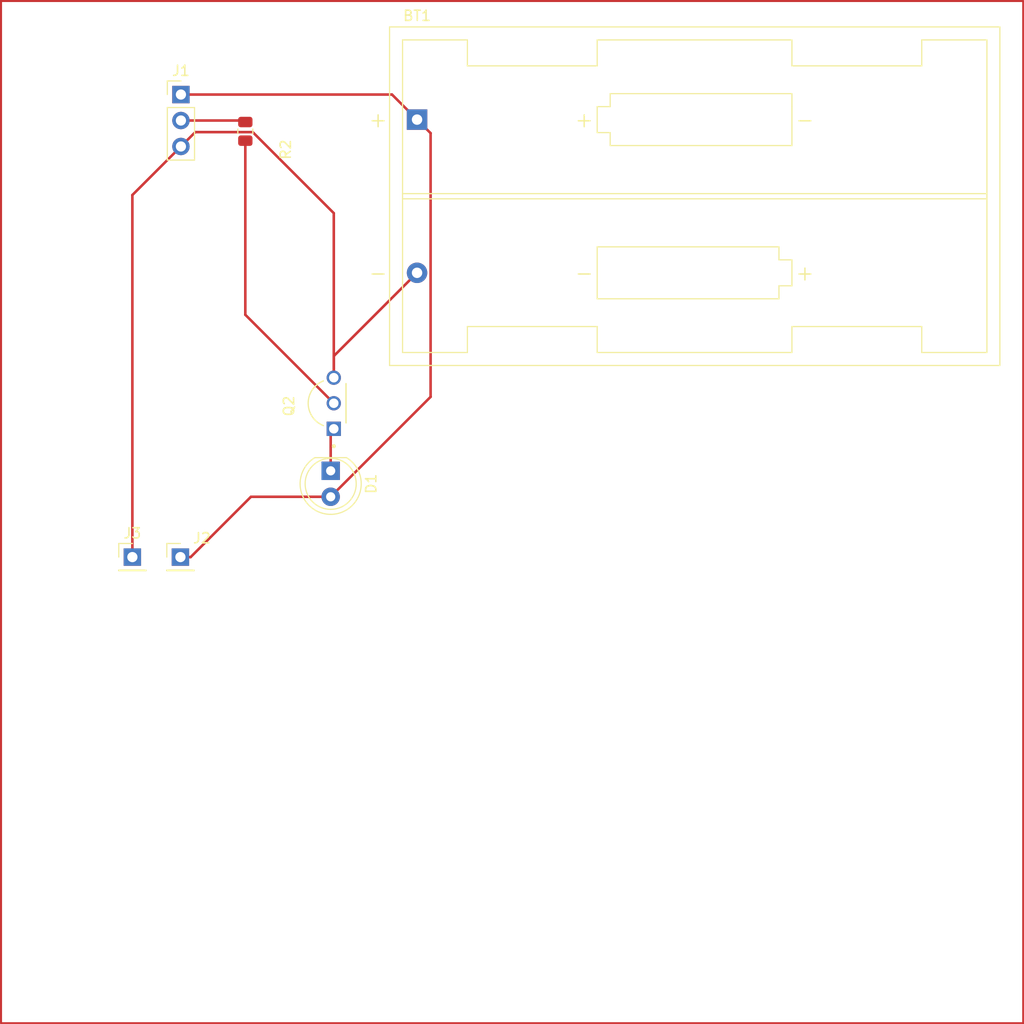
<source format=kicad_pcb>
(kicad_pcb (version 20221018) (generator pcbnew)
  (layers (0 "F.Cu" signal) (31 "B.Cu" signal) (34 "B.Paste" user) (35 "F.Paste" user) (36 "B.SilkS" user "B.Silkscreen") (37 "F.SilkS" user "F.Silkscreen") (38 "B.Mask" user) (39 "F.Mask" user) (44 "Edge.Cuts" user))
  (net 0 "")
  (net 1 "Net-(BT1-+)")
  (net 2 "Net-(BT1--)")
  (net 3 "Net-(D1-K)")
  (net 4 "Net-(Q2-Pad2)")
  (net 5 "Net-(J1-Pin_2)")
  (footprint "Connector_PinHeader_2.54mm:PinHeader_1x01_P2.54mm_Vertical" (layer "F.Cu") (at 67.55 104.4)
    (fp_text reference "J2" (at 2.1 -1.85) (layer "F.SilkS"))
    (fp_text value "Conn_01x01_Pin")
    (fp_line (start -1.33 -1.33) (end 0 -1.33) (stroke (width 0.12)) (layer "F.SilkS"))
    (fp_line (start -1.33 0) (end -1.33 -1.33) (stroke (width 0.12)) (layer "F.SilkS"))
    (fp_line (start -1.33 1.27) (end -1.33 1.33) (stroke (width 0.12)) (layer "F.SilkS"))
    (fp_line (start -1.33 1.27) (end 1.33 1.27) (stroke (width 0.12)) (layer "F.SilkS"))
    (fp_line (start -1.33 1.33) (end 1.33 1.33) (stroke (width 0.12)) (layer "F.SilkS"))
    (fp_line (start 1.33 1.27) (end 1.33 1.33) (stroke (width 0.12)) (layer "F.SilkS"))
    (pad "1" thru_hole rect (at 0 0) (size 1.7 1.7) (drill 1) (layers "*.Cu" "*.Mask") (net 1 "Net-(BT1-+)"))
  )
  (footprint "Resistor_SMD:R_0805_2012Metric" (layer "F.Cu") (at 73.9 62.75 90)
    (fp_text reference "R2" (at -1.7875 3.95 90) (layer "F.SilkS"))
    (fp_text value "R_US")
    (fp_line (start -0.227064 -0.735) (end 0.227064 -0.735) (stroke (width 0.12)) (layer "F.SilkS"))
    (fp_line (start -0.227064 0.735) (end 0.227064 0.735) (stroke (width 0.12)) (layer "F.SilkS"))
    (pad "1" smd roundrect (at -0.9125 0 90) (size 1.025 1.4) (layers "F.Cu" "F.Paste" "F.Mask") (roundrect_rratio 0.243902) (net 4 "Net-(Q2-Pad2)"))
    (pad "2" smd roundrect (at 0.9125 0 90) (size 1.025 1.4) (layers "F.Cu" "F.Paste" "F.Mask") (roundrect_rratio 0.243902) (net 5 "Net-(J1-Pin_2)"))
  )
  (footprint "Connector_PinHeader_2.54mm:PinHeader_1x01_P2.54mm_Vertical" (layer "F.Cu") (at 62.85 104.4)
    (fp_text reference "J3" (at 0 -2.33) (layer "F.SilkS"))
    (fp_text value "Conn_01x01_Pin")
    (fp_line (start -1.33 -1.33) (end 0 -1.33) (stroke (width 0.12)) (layer "F.SilkS"))
    (fp_line (start -1.33 0) (end -1.33 -1.33) (stroke (width 0.12)) (layer "F.SilkS"))
    (fp_line (start -1.33 1.27) (end -1.33 1.33) (stroke (width 0.12)) (layer "F.SilkS"))
    (fp_line (start -1.33 1.27) (end 1.33 1.27) (stroke (width 0.12)) (layer "F.SilkS"))
    (fp_line (start -1.33 1.33) (end 1.33 1.33) (stroke (width 0.12)) (layer "F.SilkS"))
    (fp_line (start 1.33 1.27) (end 1.33 1.33) (stroke (width 0.12)) (layer "F.SilkS"))
    (pad "1" thru_hole rect (at 0 0) (size 1.7 1.7) (drill 1) (layers "*.Cu" "*.Mask") (net 2 "Net-(BT1--)"))
  )
  (footprint "BC547B:TO92250P510H770-3" (layer "F.Cu") (at 81.9 89.35 90)
    (fp_text reference "Q2" (at -0.275 -3.735 90) (layer "F.SilkS"))
    (fp_text value "BC547B")
    (fp_line (start -1.92354 1.85) (end 1.92354 1.85) (stroke (width 0.127)) (layer "F.SilkS"))
    (fp_line (start -1.92354 1.85) (end 1.92354 1.85) (stroke (width 0.127)) (layer "F.SilkS"))
    (fp_arc (start -2.18501 -0.365001) (mid 0 -1.850002) (end 2.18501 -0.365) (stroke (width 0.127)) (layer "F.SilkS"))
    (fp_circle (center -4.2 0.655) (end -4.1 0.655) (stroke (width 0.2)) (fill none) (layer "F.SilkS"))
    (pad "1" thru_hole rect (at -2.5 0.655 90) (size 1.4 1.4) (drill 0.93) (layers "*.Cu" "*.Mask") (net 3 "Net-(D1-K)"))
    (pad "2" thru_hole circle (at 0 0.655 90) (size 1.4 1.4) (drill 0.93) (layers "*.Cu" "*.Mask") (net 4 "Net-(Q2-Pad2)"))
    (pad "3" thru_hole circle (at 2.5 0.655 90) (size 1.4 1.4) (drill 0.93) (layers "*.Cu" "*.Mask") (net 2 "Net-(BT1--)"))
  )
  (footprint "LED_THT:LED_D5.0mm" (layer "F.Cu") (at 82.25 95.96 -90)
    (fp_text reference "D1" (at 1.27 -3.96 90) (layer "F.SilkS"))
    (fp_text value "LED")
    (fp_line (start -1.29 -1.545) (end -1.29 1.545) (stroke (width 0.12)) (layer "F.SilkS"))
    (fp_arc (start -1.29 -1.54483) (mid 2.072002 -2.880433) (end 4.26 0.000462) (stroke (width 0.12)) (layer "F.SilkS"))
    (fp_arc (start 4.26 -0.000462) (mid 2.072002 2.880433) (end -1.29 1.54483) (stroke (width 0.12)) (layer "F.SilkS"))
    (fp_circle (center 1.27 0) (end 3.77 0) (stroke (width 0.12)) (fill none) (layer "F.SilkS"))
    (pad "1" thru_hole rect (at 0 0 270) (size 1.8 1.8) (drill 0.9) (layers "*.Cu" "*.Mask") (net 3 "Net-(D1-K)"))
    (pad "2" thru_hole circle (at 2.54 0 270) (size 1.8 1.8) (drill 0.9) (layers "*.Cu" "*.Mask") (net 1 "Net-(BT1-+)"))
  )
  (footprint "Battery:BatteryHolder_Keystone_2462_2xAA" (layer "F.Cu") (at 90.7 61.6)
    (fp_text reference "BT1" (at 0 -10.16 180) (layer "F.SilkS"))
    (fp_text value "Battery")
    (fp_text user "+" (at 37.945 14.99) (layer "F.SilkS") (effects (font (size 1.5 1.5))))
    (fp_text user "+" (at -3.81 0) (layer "F.SilkS") (effects (font (size 1.5 1.5))))
    (fp_text user "-" (at 16.355 14.99) (layer "F.SilkS") (effects (font (size 1.5 1.5))))
    (fp_text user "-" (at 37.945 0) (layer "F.SilkS") (effects (font (size 1.5 1.5))))
    (fp_text user "+" (at 16.355 0) (layer "F.SilkS") (effects (font (size 1.5 1.5))))
    (fp_text user "-" (at -3.81 14.99) (layer "F.SilkS") (effects (font (size 1.5 1.5))))
    (fp_line (start -2.69 -9.065) (end -2.69 24.055) (stroke (width 0.12)) (layer "F.SilkS"))
    (fp_line (start -2.69 24.055) (end 57.02 24.055) (stroke (width 0.12)) (layer "F.SilkS"))
    (fp_line (start -1.42 -7.795) (end -1.42 22.785) (stroke (width 0.12)) (layer "F.SilkS"))
    (fp_line (start -1.42 7.241) (end 55.75 7.241) (stroke (width 0.12)) (layer "F.SilkS"))
    (fp_line (start -1.42 22.785) (end 4.925 22.785) (stroke (width 0.12)) (layer "F.SilkS"))
    (fp_line (start 4.925 -7.795) (end -1.42 -7.795) (stroke (width 0.12)) (layer "F.SilkS"))
    (fp_line (start 4.925 -5.255) (end 4.925 -7.795) (stroke (width 0.12)) (layer "F.SilkS"))
    (fp_line (start 4.925 -5.255) (end 17.625 -5.255) (stroke (width 0.12)) (layer "F.SilkS"))
    (fp_line (start 4.925 20.245) (end 17.625 20.245) (stroke (width 0.12)) (layer "F.SilkS"))
    (fp_line (start 4.925 22.785) (end 4.925 20.245) (stroke (width 0.12)) (layer "F.SilkS"))
    (fp_line (start 17.625 -7.795) (end 17.625 -5.255) (stroke (width 0.12)) (layer "F.SilkS"))
    (fp_line (start 17.625 -1.27) (end 18.895 -1.27) (stroke (width 0.12)) (layer "F.SilkS"))
    (fp_line (start 17.625 1.27) (end 17.625 -1.27) (stroke (width 0.12)) (layer "F.SilkS"))
    (fp_line (start 17.625 12.45) (end 35.405 12.45) (stroke (width 0.12)) (layer "F.SilkS"))
    (fp_line (start 17.625 17.53) (end 17.625 12.45) (stroke (width 0.12)) (layer "F.SilkS"))
    (fp_line (start 17.625 20.245) (end 17.625 22.785) (stroke (width 0.12)) (layer "F.SilkS"))
    (fp_line (start 17.625 22.785) (end 36.675 22.785) (stroke (width 0.12)) (layer "F.SilkS"))
    (fp_line (start 18.895 -2.54) (end 36.675 -2.54) (stroke (width 0.12)) (layer "F.SilkS"))
    (fp_line (start 18.895 -1.27) (end 18.895 -2.54) (stroke (width 0.12)) (layer "F.SilkS"))
    (fp_line (start 18.895 1.27) (end 17.625 1.27) (stroke (width 0.12)) (layer "F.SilkS"))
    (fp_line (start 18.895 2.54) (end 18.895 1.27) (stroke (width 0.12)) (layer "F.SilkS"))
    (fp_line (start 35.405 12.45) (end 35.405 13.72) (stroke (width 0.12)) (layer "F.SilkS"))
    (fp_line (start 35.405 13.72) (end 36.675 13.72) (stroke (width 0.12)) (layer "F.SilkS"))
    (fp_line (start 35.405 16.26) (end 35.405 17.53) (stroke (width 0.12)) (layer "F.SilkS"))
    (fp_line (start 35.405 17.53) (end 17.625 17.53) (stroke (width 0.12)) (layer "F.SilkS"))
    (fp_line (start 36.675 -7.795) (end 17.625 -7.795) (stroke (width 0.12)) (layer "F.SilkS"))
    (fp_line (start 36.675 -5.255) (end 36.675 -7.795) (stroke (width 0.12)) (layer "F.SilkS"))
    (fp_line (start 36.675 -2.54) (end 36.675 -1.27) (stroke (width 0.12)) (layer "F.SilkS"))
    (fp_line (start 36.675 -1.27) (end 36.675 2.54) (stroke (width 0.12)) (layer "F.SilkS"))
    (fp_line (start 36.675 2.54) (end 18.895 2.54) (stroke (width 0.12)) (layer "F.SilkS"))
    (fp_line (start 36.675 13.72) (end 36.675 16.26) (stroke (width 0.12)) (layer "F.SilkS"))
    (fp_line (start 36.675 16.26) (end 35.405 16.26) (stroke (width 0.12)) (layer "F.SilkS"))
    (fp_line (start 36.675 22.785) (end 36.675 20.245) (stroke (width 0.12)) (layer "F.SilkS"))
    (fp_line (start 49.375 -7.795) (end 49.375 -5.255) (stroke (width 0.12)) (layer "F.SilkS"))
    (fp_line (start 49.375 -5.255) (end 36.675 -5.255) (stroke (width 0.12)) (layer "F.SilkS"))
    (fp_line (start 49.375 20.245) (end 36.675 20.245) (stroke (width 0.12)) (layer "F.SilkS"))
    (fp_line (start 49.375 22.785) (end 49.375 20.245) (stroke (width 0.12)) (layer "F.SilkS"))
    (fp_line (start 55.75 -7.795) (end 49.375 -7.795) (stroke (width 0.12)) (layer "F.SilkS"))
    (fp_line (start 55.75 -7.795) (end 55.75 22.785) (stroke (width 0.12)) (layer "F.SilkS"))
    (fp_line (start 55.75 7.749) (end -1.42 7.749) (stroke (width 0.12)) (layer "F.SilkS"))
    (fp_line (start 55.75 22.785) (end 49.375 22.785) (stroke (width 0.12)) (layer "F.SilkS"))
    (fp_line (start 57.02 -9.065) (end -2.69 -9.065) (stroke (width 0.12)) (layer "F.SilkS"))
    (fp_line (start 57.02 24.055) (end 57.02 -9.065) (stroke (width 0.12)) (layer "F.SilkS"))
    (pad "" np_thru_hole circle (at 27.165 0) (size 3.3 3.3) (drill 3.3) (layers "*.Cu" "*.Mask"))
    (pad "" np_thru_hole circle (at 27.165 14.99) (size 3.3 3.3) (drill 3.3) (layers "*.Cu" "*.Mask"))
    (pad "1" thru_hole rect (at 0 0) (size 2 2) (drill 1.02) (layers "*.Cu" "*.Mask") (net 1 "Net-(BT1-+)"))
    (pad "2" thru_hole circle (at 0 14.99) (size 2 2) (drill 1.02) (layers "*.Cu" "*.Mask") (net 2 "Net-(BT1--)"))
  )
  (footprint "Connector_PinHeader_2.54mm:PinHeader_1x03_P2.54mm_Vertical" (layer "F.Cu") (at 67.6 59.15)
    (fp_text reference "J1" (at 0 -2.33) (layer "F.SilkS"))
    (fp_text value "Conn_01x03_Socket")
    (fp_line (start -1.33 -1.33) (end 0 -1.33) (stroke (width 0.12)) (layer "F.SilkS"))
    (fp_line (start -1.33 0) (end -1.33 -1.33) (stroke (width 0.12)) (layer "F.SilkS"))
    (fp_line (start -1.33 1.27) (end -1.33 6.41) (stroke (width 0.12)) (layer "F.SilkS"))
    (fp_line (start -1.33 1.27) (end 1.33 1.27) (stroke (width 0.12)) (layer "F.SilkS"))
    (fp_line (start -1.33 6.41) (end 1.33 6.41) (stroke (width 0.12)) (layer "F.SilkS"))
    (fp_line (start 1.33 1.27) (end 1.33 6.41) (stroke (width 0.12)) (layer "F.SilkS"))
    (pad "1" thru_hole rect (at 0 0) (size 1.7 1.7) (drill 1) (layers "*.Cu" "*.Mask") (net 1 "Net-(BT1-+)"))
    (pad "2" thru_hole oval (at 0 2.54) (size 1.7 1.7) (drill 1) (layers "*.Cu" "*.Mask") (net 5 "Net-(J1-Pin_2)"))
    (pad "3" thru_hole oval (at 0 5.08) (size 1.7 1.7) (drill 1) (layers "*.Cu" "*.Mask") (net 2 "Net-(BT1--)"))
  )
  (gr_rect (start 50 50) (end 150 150) (stroke (width 0.2)) (fill none) (layer "F.Cu"))
  (segment (start 88.25 59.15) (end 90.7 61.6) (width 0.25) (layer "F.Cu") (net 1))
  (segment (start 92.025 62.925) (end 92.025 88.725) (width 0.25) (layer "F.Cu") (net 1))
  (segment (start 90.7 61.6) (end 92.025 62.925) (width 0.25) (layer "F.Cu") (net 1))
  (segment (start 92.025 88.725) (end 82.25 98.5) (width 0.25) (layer "F.Cu") (net 1))
  (segment (start 67.55 104.4) (end 68.55 104.4) (width 0.25) (layer "F.Cu") (net 1))
  (segment (start 74.45 98.5) (end 82.25 98.5) (width 0.25) (layer "F.Cu") (net 1))
  (segment (start 67.6 59.15) (end 88.25 59.15) (width 0.25) (layer "F.Cu") (net 1))
  (segment (start 68.55 104.4) (end 74.45 98.5) (width 0.25) (layer "F.Cu") (net 1))
  (segment (start 82.555 84.735) (end 90.7 76.59) (width 0.25) (layer "F.Cu") (net 2))
  (segment (start 62.85 104.4) (end 62.85 68.98) (width 0.25) (layer "F.Cu") (net 2))
  (segment (start 69.005 62.825) (end 74.625 62.825) (width 0.25) (layer "F.Cu") (net 2))
  (segment (start 82.555 70.755) (end 82.555 86.85) (width 0.25) (layer "F.Cu") (net 2))
  (segment (start 62.85 68.98) (end 67.6 64.23) (width 0.25) (layer "F.Cu") (net 2))
  (segment (start 82.555 86.85) (end 82.555 84.735) (width 0.25) (layer "F.Cu") (net 2))
  (segment (start 74.625 62.825) (end 82.555 70.755) (width 0.25) (layer "F.Cu") (net 2))
  (segment (start 67.6 64.23) (end 69.005 62.825) (width 0.25) (layer "F.Cu") (net 2))
  (segment (start 82.25 95.96) (end 82.25 92.155) (width 0.25) (layer "F.Cu") (net 3))
  (segment (start 82.25 92.155) (end 82.555 91.85) (width 0.25) (layer "F.Cu") (net 3))
  (segment (start 73.9 80.695) (end 73.9 63.6625) (width 0.25) (layer "F.Cu") (net 4))
  (segment (start 82.555 89.35) (end 73.9 80.695) (width 0.25) (layer "F.Cu") (net 4))
  (segment (start 67.6 61.69) (end 73.7525 61.69) (width 0.25) (layer "F.Cu") (net 5))
  (segment (start 73.7525 61.69) (end 73.9 61.8375) (width 0.25) (layer "F.Cu") (net 5))
)
</source>
